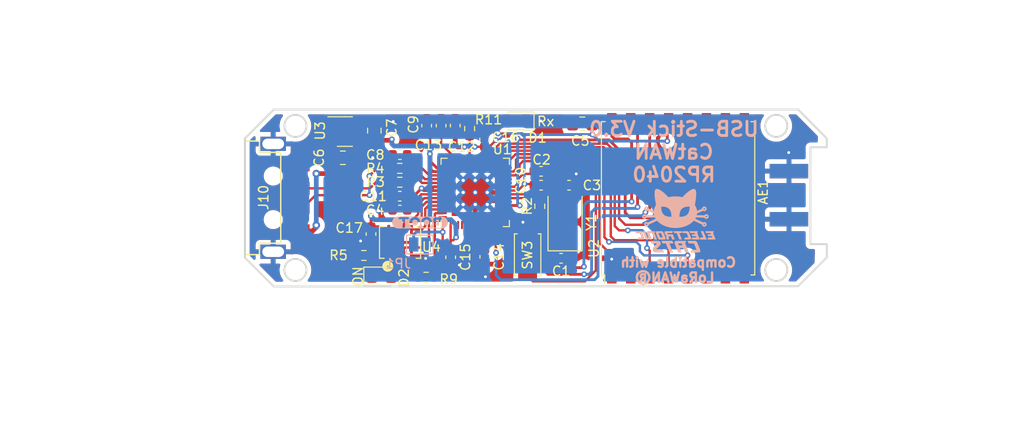
<source format=kicad_pcb>
(kicad_pcb (version 20221018) (generator pcbnew)
  (title_block (title "CatWAN USB-Stick") (date "2019-05-28") (rev "v2.4") (company "Electronic Cats") (comment 1 "Eduardo Contreras"))
  (layers (0 "F.Cu" signal) (31 "B.Cu" signal) (34 "B.Paste" user) (35 "F.Paste" user) (36 "B.SilkS" user "B.Silkscreen") (37 "F.SilkS" user "F.Silkscreen") (38 "B.Mask" user) (39 "F.Mask" user) (44 "Edge.Cuts" user))
  (net 0 "")
  (net 1 "GND")
  (net 2 "Net-(AE1-Pad1)")
  (net 3 "+3V3")
  (net 4 "Net-(C3-Pad1)")
  (net 7 "/RST")
  (net 8 "/DIO0")
  (net 9 "/DIO1")
  (net 10 "/DIO2")
  (net 11 "/DIO5")
  (net 12 "/SS")
  (net 13 "/MOSI")
  (net 14 "/SCK")
  (net 15 "/MISO")
  (net 16 "/RFM_RST")
  (net 17 "Net-(C1-Pad1)")
  (net 18 "+1V2")
  (net 19 "VBUS")
  (net 20 "/D-")
  (net 21 "/D+")
  (net 22 "Net-(D1-Pad2)")
  (net 23 "Net-(D2-Pad2)")
  (net 24 "/QSPI_CS")
  (net 25 "Net-(R2-Pad2)")
  (net 26 "/RD+")
  (net 27 "/RD-")
  (net 28 "/RX_LED")
  (net 49 "/QSPI_DATA3")
  (net 50 "/QSPI_SCK")
  (net 51 "/QSPI_DATA0")
  (net 52 "/QSPI_DATA2")
  (net 53 "/QSPI_DATA1")
  (footprint "agroin:SMA_EDGE" (layer "F.Cu") (at 176.292 113.8224 180)
    (fp_text reference "AE1")
    (fp_text value "Antenna_Shield")
  )
  (footprint "Connectors:C46394" (layer "F.Cu") (at 122.225 114.1 90)
    (fp_text reference "J10")
    (fp_text value "USB_B")
  )
  (footprint "RF_Module:HOPERF_RFM9XW_SMD" (layer "F.Cu") (at 162.55 114.15 90)
    (fp_text reference "U2")
    (fp_text value "RFM95W-868S2")
  )
  (footprint "Resistor_SMD:R_0603_1608Metric" (layer "F.Cu") (at 135.93 122.49 180)
    (fp_text reference "R9")
    (fp_text value "120R")
  )
  (footprint "Resistor_SMD:R_0603_1608Metric" (layer "F.Cu") (at 140.53 106.79 90)
    (fp_text reference "R11")
    (fp_text value "120R")
  )
  (footprint "Capacitor_SMD:C_0805_2012Metric_Pad1.15x1.40mm_HandSolder" (layer "F.Cu") (at 152.43 106.28 180)
    (fp_text reference "C5")
    (fp_text value "0.1uF")
  )
  (footprint "Capacitor_SMD:C_0805_2012Metric_Pad1.15x1.40mm_HandSolder" (layer "F.Cu") (at 127.135 109.87)
    (fp_text reference "C6")
    (fp_text value "10uF")
  )
  (footprint "Capacitor_SMD:C_0805_2012Metric_Pad1.15x1.40mm_HandSolder" (layer "F.Cu") (at 130.46 107 90)
    (fp_text reference "C7")
    (fp_text value "10uF")
  )
  (footprint "LED_SMD:LED_0805_2012Metric_Pad1.15x1.40mm_HandSolder" (layer "F.Cu") (at 145.4725 105.98 180)
    (fp_text reference "D1")
    (fp_text value "Rx")
  )
  (footprint "LED_SMD:LED_0805_2012Metric_Pad1.15x1.40mm_HandSolder" (layer "F.Cu") (at 131.21 122.38)
    (fp_text reference "D2")
    (fp_text value "ON")
  )
  (footprint "Crystal:Crystal_SMD_5032-2Pin_5.0x3.2mm" (layer "F.Cu") (at 150.61 116.65 90)
    (fp_text reference "Y1")
    (fp_text value "12Mhz")
  )
  (footprint "Capacitor_SMD:C_0603_1608Metric" (layer "F.Cu") (at 151.03 112.77)
    (fp_text reference "C3")
    (fp_text value "27pF")
  )
  (footprint "Capacitor_SMD:C_0603_1608Metric" (layer "F.Cu") (at 130.11 117.93 -90)
    (fp_text reference "C17")
    (fp_text value "0.1uF")
  )
  (footprint "Capacitor_SMD:C_0603_1608Metric" (layer "F.Cu") (at 135.99 106.475 90)
    (fp_text reference "C9")
    (fp_text value "1uF")
  )
  (footprint "Capacitor_SMD:C_0603_1608Metric" (layer "F.Cu") (at 142.13 120.33 -90)
    (fp_text reference "C14")
    (fp_text value "0.1uF")
  )
  (footprint "Capacitor_SMD:C_0603_1608Metric" (layer "F.Cu") (at 139.01 106.47 90)
    (fp_text reference "C12")
    (fp_text value "0.1uF")
  )
  (footprint "Capacitor_SMD:C_0603_1608Metric" (layer "F.Cu") (at 142.11 107.93 90)
    (fp_text reference "C16")
    (fp_text value "0.1uF")
  )
  (footprint "RP2040:W25Q16JVUUIQ" (layer "F.Cu") (at 133.18 118.8111 90)
    (fp_text reference "U4")
    (fp_text value "W25Q16JV")
  )
  (footprint "Capacitor_SMD:C_0603_1608Metric" (layer "F.Cu") (at 138.53 120.38 -90)
    (fp_text reference "C15")
    (fp_text value "0.1uF")
  )
  (footprint "Switches:C455281" (layer "F.Cu") (at 148.052 117.3825 -90)
    (fp_text reference "SW3")
    (fp_text value "RST")
  )
  (footprint "Capacitor_SMD:C_0603_1608Metric" (layer "F.Cu") (at 133.16 115.4 180)
    (fp_text reference "C4")
    (fp_text value "0.1uF")
  )
  (footprint "Resistor_SMD:R_0603_1608Metric" (layer "F.Cu") (at 133.15 110.99)
    (fp_text reference "R4")
    (fp_text value "27")
  )
  (footprint "Capacitor_SMD:C_0603_1608Metric" (layer "F.Cu") (at 133.16 109.53 180)
    (fp_text reference "C8")
    (fp_text value "0.1uF")
  )
  (footprint "Resistor_SMD:R_0603_1608Metric" (layer "F.Cu") (at 147.94 114.99 90)
    (fp_text reference "R2")
    (fp_text value "1K")
  )
  (footprint "Resistor_SMD:R_0603_1608Metric" (layer "F.Cu") (at 129.355 120.19)
    (fp_text reference "R5")
    (fp_text value "10K")
  )
  (footprint "Resistor_SMD:R_0603_1608Metric" (layer "F.Cu") (at 133.155 112.45)
    (fp_text reference "R3")
    (fp_text value "27")
  )
  (footprint "Capacitor_SMD:C_0603_1608Metric" (layer "F.Cu") (at 137.515 106.475 90)
    (fp_text reference "C13")
    (fp_text value "0.1uF")
  )
  (footprint "RP2040:RP2040-QFN-56" (layer "F.Cu") (at 141.12 113.53 90)
    (fp_text reference "U1")
    (fp_text value "RP2040")
  )
  (footprint "Capacitor_SMD:C_0603_1608Metric" (layer "F.Cu") (at 150.19 120.49)
    (fp_text reference "C1")
    (fp_text value "27pF")
  )
  (footprint "Capacitor_SMD:C_0603_1608Metric" (layer "F.Cu") (at 133.15 113.93 180)
    (fp_text reference "C11")
    (fp_text value "0.1uF")
  )
  (footprint "Capacitor_SMD:C_0603_1608Metric" (layer "F.Cu") (at 148.08 112.77)
    (fp_text reference "C10")
    (fp_text value "0.1uF")
  )
  (footprint "Package_TO_SOT_SMD:SOT-23-5" (layer "F.Cu") (at 127.35 107.1)
    (fp_text reference "U3")
    (fp_text value "AP2112K-3.3")
  )
  (footprint "Capacitor_SMD:C_0603_1608Metric" (layer "F.Cu") (at 148.08 111.3)
    (fp_text reference "C2")
    (fp_text value "1uF")
  )
  (footprint "Aesthetics:electronic_cats_logo_8x6" (layer "B.Cu") (at 162.27 116.52 180)
    (fp_text reference "G***" hide)
    (fp_text value "LOGO" hide)
  )
  (footprint "Jumper:SolderJumper-2_P1.3mm_Open_Pad1.0x1.5mm" (layer "B.Cu") (at 135.27 119.03 180)
    (fp_text reference "JP1")
    (fp_text value "BOOT")
  )
  (footprint "kibuzzard-62D459CC" (layer "B.Cu") (at 135.28 116.71 180)
    (fp_text reference "kibuzzard-62D459CC" hide)
    (fp_text value "G***" hide)
  )
  (gr_circle (center 172.9232 121.7168) (end 174.0916 121.7168) (stroke (width 0.2)) (fill none) (layer "Edge.Cuts"))
  (gr_line (start 178.2572 120.396) (end 175.2092 123.444) (stroke (width 0.2)) (layer "Edge.Cuts"))
  (gr_line (start 116.7892 107.823) (end 119.8372 104.775) (stroke (width 0.2)) (layer "Edge.Cuts"))
  (gr_line (start 178.2572 118.999) (end 178.2572 120.396) (stroke (width 0.2)) (layer "Edge.Cuts"))
  (gr_circle (center 122.1232 106.5022) (end 123.2916 106.5022) (stroke (width 0.2)) (fill none) (layer "Edge.Cuts"))
  (gr_circle (center 172.9232 106.5022) (end 174.0916 106.5022) (stroke (width 0.2)) (fill none) (layer "Edge.Cuts"))
  (gr_line (start 116.7892 120.4214) (end 119.8372 123.4694) (stroke (width 0.2)) (layer "Edge.Cuts"))
  (gr_line (start 116.7892 107.823) (end 116.7892 120.4214) (stroke (width 0.2)) (layer "Edge.Cuts"))
  (gr_circle (center 122.1232 121.7168) (end 123.2916 121.7168) (stroke (width 0.2)) (fill none) (layer "Edge.Cuts"))
  (gr_line (start 178.2572 107.823) (end 175.2346 104.775) (stroke (width 0.2)) (layer "Edge.Cuts"))
  (gr_line (start 178.2572 107.823) (end 178.2572 108.7628) (stroke (width 0.2)) (layer "Edge.Cuts"))
  (gr_line (start 176.53 108.7628) (end 176.53 118.999) (stroke (width 0.2)) (layer "Edge.Cuts"))
  (gr_line (start 119.8372 123.4694) (end 175.2092 123.444) (stroke (width 0.2)) (layer "Edge.Cuts"))
  (gr_line (start 119.8372 104.775) (end 175.2346 104.775) (stroke (width 0.2)) (layer "Edge.Cuts"))
  (gr_line (start 178.2572 118.999) (end 176.53 118.999) (stroke (width 0.2)) (layer "Edge.Cuts"))
  (gr_line (start 178.2572 108.7628) (end 176.53 108.7628) (stroke (width 0.2)) (layer "Edge.Cuts"))
  (gr_text "Compatible with \nLoRaWAN®" (at 162.19 121.73) (layer "B.SilkS") (effects (font (size 1 1) (thickness 0.25)) (justify mirror)))
  (gr_text "USB-Stick V3.0\nCatWAN\nRP2040" (at 162.11 109.25) (layer "B.SilkS") (effects (font (size 1.5 1.5) (thickness 0.3)) (justify mirror)))
  (gr_text "ON" (at 128.74 122.39 90) (layer "F.SilkS") (effects (font (size 1 1))))
  (segment (start 139.405 121.155) (end 139.45 121.2) (width 0.25) (layer "F.Cu") (net 1))
  (segment (start 151.79 111.57) (end 151.805 111.585) (width 0.25) (layer "F.Cu") (net 1))
  (segment (start 144.5575 114.53) (end 142.67 114.53) (width 0.25) (layer "F.Cu") (net 1))
  (segment (start 143.385 107.155) (end 143.53 107.3) (width 0.3) (layer "F.Cu") (net 1))
  (segment (start 174.26 109.34) (end 174.24 109.32) (width 0.25) (layer "F.Cu") (net 1))
  (segment (start 130.46 105.975) (end 132.395 105.975) (width 0.3) (layer "F.Cu") (net 1))
  (segment (start 151.805 111.585) (end 151.805 112.77) (width 0.25) (layer "F.Cu") (net 1))
  (segment (start 155.55 120.704854) (end 155.543597 120.698451) (width 0.3) (layer "F.Cu") (net 1))
  (segment (start 132.395 105.975) (end 132.46 106.04) (width 0.3) (layer "F.Cu") (net 1))
  (segment (start 146.652 117.172) (end 146.16 116.68) (width 0.3) (layer "F.Cu") (net 1))
  (segment (start 174.26 111.2824) (end 174.26 109.34) (width 0.25) (layer "F.Cu") (net 1))
  (segment (start 142.67 114.53) (end 142.395 114.805) (width 0.25) (layer "F.Cu") (net 1))
  (segment (start 130.11 118.705) (end 129.055 118.705) (width 0.3) (layer "F.Cu") (net 1))
  (segment (start 130.97 115.4) (end 130.91 115.46) (width 0.3) (layer "F.Cu") (net 1))
  (segment (start 138.53 121.155) (end 139.405 121.155) (width 0.25) (layer "F.Cu") (net 1))
  (segment (start 142.11 107.155) (end 143.385 107.155) (width 0.3) (layer "F.Cu") (net 1))
  (segment (start 148.855 112.77) (end 148.855 111.3) (width 0.25) (layer "F.Cu") (net 1))
  (segment (start 142.13 122.37) (end 142.2 122.44) (width 0.3) (layer "F.Cu") (net 1))
  (segment (start 132.385 115.4) (end 130.97 115.4) (width 0.3) (layer "F.Cu") (net 1))
  (segment (start 146.4975 105.98) (end 148.03 105.98) (width 0.3) (layer "F.Cu") (net 1))
  (segment (start 130.28 109.87) (end 130.29 109.86) (width 0.3) (layer "F.Cu") (net 1))
  (segment (start 146.652 117.9225) (end 146.652 117.172) (width 0.3) (layer "F.Cu") (net 1))
  (segment (start 142.13 121.105) (end 142.13 122.37) (width 0.3) (layer "F.Cu") (net 1))
  (segment (start 129.055 118.705) (end 129.01 118.66) (width 0.3) (layer "F.Cu") (net 1))
  (segment (start 155.55 122.15) (end 155.55 120.704854) (width 0.3) (layer "F.Cu") (net 1))
  (segment (start 128.16 109.87) (end 130.28 109.87) (width 0.3) (layer "F.Cu") (net 1))
  (via (at 174.24 109.32) (size 0.6) (drill 0.3) (layers "F.Cu" "B.Cu") (net 1))
  (via (at 139.45 121.2) (size 0.6) (drill 0.3) (layers "F.Cu" "B.Cu") (net 1))
  (via (at 148.03 105.98) (size 0.6) (drill 0.3) (layers "F.Cu" "B.Cu") (net 1))
  (via (at 132.46 106.04) (size 0.6) (drill 0.3) (layers "F.Cu" "B.Cu") (net 1))
  (via (at 143.53 107.3) (size 0.6) (drill 0.3) (layers "F.Cu" "B.Cu") (net 1))
  (via (at 151.79 111.57) (size 0.6) (drill 0.3) (layers "F.Cu" "B.Cu") (net 1))
  (via (at 146.16 116.68) (size 0.6) (drill 0.3) (layers "F.Cu" "B.Cu") (net 1))
  (via (at 130.29 109.86) (size 0.6) (drill 0.3) (layers "F.Cu" "B.Cu") (net 1))
  (via (at 130.91 115.46) (size 0.6) (drill 0.3) (layers "F.Cu" "B.Cu") (net 1))
  (via (at 135.88 120.5) (size 0.6) (drill 0.3) (layers "F.Cu" "B.Cu") (net 1))
  (via (at 155.54 120.58) (size 0.6) (drill 0.3) (layers "F.Cu" "B.Cu") (net 1))
  (via (at 142.2 122.44) (size 0.6) (drill 0.3) (layers "F.Cu" "B.Cu") (net 1))
  (via (at 129.01 118.66) (size 0.6) (drill 0.3) (layers "F.Cu" "B.Cu") (net 1))
  (segment (start 135.92 119.03) (end 135.92 120.46) (width 0.3) (layer "B.Cu") (net 1))
  (segment (start 135.92 120.46) (end 135.88 120.5) (width 0.3) (layer "B.Cu") (net 1))
  (segment (start 173.244 113.8224) (end 170.3324 113.8224) (width 0.5) (layer "F.Cu") (net 2))
  (segment (start 170.3324 113.8224) (end 169.55 113.04) (width 0.5) (layer "F.Cu") (net 2))
  (segment (start 169.55 113.04) (end 169.55 106.15) (width 0.5) (layer "F.Cu") (net 2))
  (segment (start 138.53 119.605) (end 140.065 119.605) (width 0.5) (layer "F.Cu") (net 3))
  (segment (start 138.52 119.595) (end 138.53 119.605) (width 0.25) (layer "F.Cu") (net 3))
  (segment (start 142.11 108.705) (end 142.614959 108.705) (width 0.25) (layer "F.Cu") (net 3))
  (segment (start 128.965 117.155) (end 128.3 117.82) (width 0.3) (layer "F.Cu") (net 3))
  (segment (start 135.68548 113.33548) (end 136.33452 113.33548) (width 0.3) (layer "F.Cu") (net 3))
  (segment (start 137.6825 110.93) (end 137.05 110.93) (width 0.3) (layer "F.Cu") (net 3))
  (segment (start 137.05 110.93) (end 136.43 110.31) (width 0.3) (layer "F.Cu") (net 3))
  (segment (start 140.375 120.015) (end 140.375 119.605) (width 0.5) (layer "F.Cu") (net 3))
  (segment (start 136.74 112.93) (end 136.33452 113.33548) (width 0.3) (layer "F.Cu") (net 3))
  (segment (start 147.305 112.77) (end 147.185 112.65) (width 0.25) (layer "F.Cu") (net 3))
  (segment (start 139.27 108.72) (end 139.01 108.46) (width 0.5) (layer "F.Cu") (net 3))
  (segment (start 138.52 118.59) (end 138.79 118.59) (width 0.25) (layer "F.Cu") (net 3))
  (segment (start 128.76 107.16) (end 129.595 107.16) (width 0.5) (layer "F.Cu") (net 3))
  (segment (start 147.185 112.65) (end 146.32 112.65) (width 0.25) (layer "F.Cu") (net 3))
  (segment (start 138.52 110.0925) (end 138.52 109.41) (width 0.25) (layer "F.Cu") (net 3))
  (segment (start 137.6825 111.33) (end 136.68 111.33) (width 0.3) (layer "F.Cu") (net 3))
  (segment (start 128.3 117.82) (end 128.3 119.96) (width 0.3) (layer "F.Cu") (net 3))
  (segment (start 142.08 119.605) (end 142.13 119.555) (width 0.5) (layer "F.Cu") (net 3))
  (segment (start 138.52 118.59) (end 138.52 119.595) (width 0.25) (layer "F.Cu") (net 3))
  (segment (start 130.11 116.04) (end 130.09 116.02) (width 0.3) (layer "F.Cu") (net 3))
  (segment (start 161.41 108.11) (end 161.41 106.29) (width 0.3) (layer "F.Cu") (net 3))
  (segment (start 153.455 107.3629) (end 153.51 107.4179) (width 0.3) (layer "F.Cu") (net 3))
  (segment (start 140.695 119.605) (end 140.695 119.695) (width 0.5) (layer "F.Cu") (net 3))
  (segment (start 136.43 111.08) (end 136.43 110.31) (width 0.3) (layer "F.Cu") (net 3))
  (segment (start 140.065 119.605) (end 140.065 119.705) (width 0.5) (layer "F.Cu") (net 3))
  (segment (start 128.3 119.96) (end 128.53 120.19) (width 0.3) (layer "F.Cu") (net 3))
  (segment (start 137.67702 113.33548) (end 137.6825 113.33) (width 0.3) (layer "F.Cu") (net 3))
  (segment (start 142.614959 108.705) (end 143.314173 108.005786) (width 0.25) (layer "F.Cu") (net 3))
  (segment (start 138.52 116.9675) (end 138.52 118.59) (width 0.25) (layer "F.Cu") (net 3))
  (segment (start 140.065 119.605) (end 140.375 119.605) (width 0.5) (layer "F.Cu") (net 3))
  (segment (start 139.21 108.72) (end 138.98 108.49) (width 0.25) (layer "F.Cu") (net 3))
  (segment (start 161.41 106.29) (end 161.55 106.15) (width 0.3) (layer "F.Cu") (net 3))
  (segment (start 133.925 113.93) (end 134.62 113.93) (width 0.3) (layer "F.Cu") (net 3))
  (segment (start 130.11 117.155) (end 130.11 116.04) (width 0.3) (layer "F.Cu") (net 3))
  (segment (start 129.595 107.16) (end 130.46 108.025) (width 0.5) (layer "F.Cu") (net 3))
  (segment (start 139.27 108.72) (end 139.9855 108.72) (width 0.5) (layer "F.Cu") (net 3))
  (segment (start 140.065 119.705) (end 140.375 120.015) (width 0.5) (layer "F.Cu") (net 3))
  (segment (start 138.52 109.41) (end 137.515 108.405) (width 0.25) (layer "F.Cu") (net 3))
  (segment (start 128.4875 106.8875) (end 128.76 107.16) (width 0.5) (layer "F.Cu") (net 3))
  (segment (start 142.11 108.705) (end 141.0895 108.705) (width 0.25) (layer "F.Cu") (net 3))
  (segment (start 135.99 107.25) (end 139.005 107.25) (width 0.5) (layer "F.Cu") (net 3))
  (segment (start 136.33452 113.33548) (end 137.67702 113.33548) (width 0.3) (layer "F.Cu") (net 3))
  (segment (start 140.375 122.145) (end 140.375 120.015) (width 0.5) (layer "F.Cu") (net 3))
  (segment (start 136.955 122.49) (end 140.03 122.49) (width 0.5) (layer "F.Cu") (net 3))
  (segment (start 130.11 117.155) (end 128.965 117.155) (width 0.3) (layer "F.Cu") (net 3))
  (segment (start 139.005 107.25) (end 139.01 107.245) (width 0.5) (layer "F.Cu") (net 3))
  (segment (start 132.205 108.025) (end 132.31 107.92) (width 0.5) (layer "F.Cu") (net 3))
  (segment (start 142.12 108.715) (end 142.11 108.705) (width 0.25) (layer "F.Cu") (net 3))
  (segment (start 140.695 119.695) (end 140.375 120.015) (width 0.5) (layer "F.Cu") (net 3))
  (segment (start 136.33 109.46) (end 136.43 109.56) (width 0.3) (layer "F.Cu") (net 3))
  (segment (start 140.03 122.49) (end 140.375 122.145) (width 0.5) (layer "F.Cu") (net 3))
  (segment (start 137.515 107.25) (end 135.99 107.25) (width 0.25) (layer "F.Cu") (net 3))
  (segment (start 138.79 118.59) (end 139.1 118.28) (width 0.25) (layer "F.Cu") (net 3))
  (segment (start 142.12 119.545) (end 142.12 117.89) (width 0.5) (layer "F.Cu") (net 3))
  (segment (start 139.01 108.46) (end 139.01 107.245) (width 0.5) (layer "F.Cu") (net 3))
  (segment (start 142.13 119.555) (end 142.12 119.545) (width 0.5) (layer "F.Cu") (net 3))
  (segment (start 142.12 116.9675) (end 142.12 117.89) (width 0.25) (layer "F.Cu") (net 3))
  (segment (start 137.515 108.405) (end 137.515 107.25) (width 0.25) (layer "F.Cu") (net 3))
  (segment (start 142.12 110.0925) (end 142.12 108.715) (width 0.25) (layer "F.Cu") (net 3))
  (segment (start 140.695 119.605) (end 142.08 119.605) (width 0.5) (layer "F.Cu") (net 3))
  (segment (start 135.45 113.1) (end 135.68548 113.33548) (width 0.3) (layer "F.Cu") (net 3))
  (segment (start 141.0895 108.705) (end 141.0745 108.72) (width 0.25) (layer "F.Cu") (net 3))
  (segment (start 140.375 119.605) (end 140.695 119.605) (width 0.5) (layer "F.Cu") (net 3))
  (segment (start 144.5575 113.33) (end 145.64 113.33) (width 0.25) (layer "F.Cu") (net 3))
  (segment (start 136.68 111.33) (end 136.43 111.08) (width 0.3) (layer "F.Cu") (net 3))
  (segment (start 136.33 109.46) (end 136.33 107.59) (width 0.3) (layer "F.Cu") (net 3))
  (segment (start 130.46 108.025) (end 132.205 108.025) (width 0.5) (layer "F.Cu") (net 3))
  (segment (start 139.9855 108.72) (end 139.21 108.72) (width 0.25) (layer "F.Cu") (net 3))
  (segment (start 136.33 107.59) (end 135.99 107.25) (width 0.3) (layer "F.Cu") (net 3))
  (segment (start 131.97985 117.4419) (end 131.1719 117.4419) (width 0.3) (layer "F.Cu") (net 3))
  (segment (start 134.62 113.93) (end 135.45 113.1) (width 0.3) (layer "F.Cu") (net 3))
  (segment (start 137.6825 112.93) (end 136.74 112.93) (width 0.3) (layer "F.Cu") (net 3))
  (segment (start 131.1719 117.4419) (end 130.885 117.155) (width 0.3) (layer "F.Cu") (net 3))
  (segment (start 128.4875 106.15) (end 128.4875 106.8875) (width 0.5) (layer "F.Cu") (net 3))
  (segment (start 153.455 106.28) (end 153.455 107.3629) (width 0.3) (layer "F.Cu") (net 3))
  (segment (start 136.43 109.56) (end 136.43 110.31) (width 0.3) (layer "F.Cu") (net 3))
  (segment (start 145.64 113.33) (end 146.32 112.65) (width 0.25) (layer "F.Cu") (net 3))
  (segment (start 130.885 117.155) (end 130.11 117.155) (width 0.3) (layer "F.Cu") (net 3))
  (via (at 161.41 108.11) (size 0.6) (drill 0.3) (layers "F.Cu" "B.Cu") (net 3))
  (via (at 136.33 109.46) (size 0.6) (drill 0.3) (layers "F.Cu" "B.Cu") (net 3))
  (via (at 141.0745 108.72) (size 0.6) (drill 0.3) (layers "F.Cu" "B.Cu") (net 3))
  (via (at 132.31 107.92) (size 0.6) (drill 0.3) (layers "F.Cu" "B.Cu") (net 3))
  (via (at 135.45 113.1) (size 0.6) (drill 0.3) (layers "F.Cu" "B.Cu") (net 3))
  (via (at 130.09 116.02) (size 0.6) (drill 0.3) (layers "F.Cu" "B.Cu") (net 3))
  (via (at 143.314173 108.005786) (size 0.6) (drill 0.3) (layers "F.Cu" "B.Cu") (net 3))
  (via (at 139.1 118.28) (size 0.6) (drill 0.3) (layers "F.Cu" "B.Cu") (net 3))
  (via (at 146.32 112.65) (size 0.6) (drill 0.3) (layers "F.Cu" "B.Cu") (net 3))
  (via (at 153.51 107.4179) (size 0.6) (drill 0.3) (layers "F.Cu" "B.Cu") (net 3))
  (via (at 139.9855 108.72) (size 0.6) (drill 0.3) (layers "F.Cu" "B.Cu") (net 3))
  (segment (start 136.02 113.1) (end 136.18 113.1) (width 0.3) (layer "B.Cu") (net 3))
  (segment (start 135.45 113.1) (end 136.02 113.1) (width 0.3) (layer "B.Cu") (net 3))
  (segment (start 135.45 108.63) (end 135.9 108.63) (width 0.5) (layer "B.Cu") (net 3))
  (segment (start 139.1 116.96) (end 138.55 116.41) (width 0.5) (layer "B.Cu") (net 3))
  (segment (start 136.33 113.41) (end 136.02 113.1) (width 0.5) (layer "B.Cu") (net 3))
  (segment (start 146.32 107.68) (end 146.32 107.5558) (width 0.25) (layer "B.Cu") (net 3))
  (segment (start 141.0745 108.72) (end 139.9855 108.72) (width 0.25) (layer "B.Cu") (net 3))
  (segment (start 136.18 113.1) (end 136.33 113.25) (width 0.3) (layer "B.Cu") (net 3))
  (segment (start 146.2221 107.4179) (end 146.0579 107.4179) (width 0.3) (layer "B.Cu") (net 3))
  (segment (start 135.45 108.63) (end 132.55 108.63) (width 0.5) (layer "B.Cu") (net 3))
  (segment (start 144.307147 107.292909) (end 145.932909 107.292909) (width 0.25) (layer "B.Cu") (net 3))
  (segment (start 138.16 108.63) (end 140.9845 108.63) (width 0.5) (layer "B.Cu") (net 3))
  (segment (start 143.314173 108.005786) (end 143.59427 108.005786) (width 0.25) (layer "B.Cu") (net 3))
  (segment (start 136.33 112.79) (end 136.02 113.1) (width 0.5) (layer "B.Cu") (net 3))
  (segment (start 130.5 116.43) (end 134.66 116.43) (width 0.3) (layer "B.Cu") (net 3))
  (segment (start 136.066 116.41) (end 130.48 116.41) (width 0.5) (layer "B.Cu") (net 3))
  (segment (start 130.09 116.02) (end 130.5 116.43) (width 0.3) (layer "B.Cu") (net 3))
  (segment (start 140.9845 108.63) (end 141.0745 108.72) (width 0.5) (layer "B.Cu") (net 3))
  (segment (start 132.31 108.39) (end 132.31 107.92) (width 0.5) (layer "B.Cu") (net 3))
  (segment (start 145.932909 107.292909) (end 146.097109 107.292909) (width 0.25) (layer "B.Cu") (net 3))
  (segment (start 146.32 107.68) (end 146.32 112.65) (width 0.25) (layer "B.Cu") (net 3))
  (segment (start 135.38 116.41) (end 135.33 116.36) (width 0.25) (layer "B.Cu") (net 3))
  (segment (start 136.33 109.46) (end 136.33 111.11) (width 0.5) (layer "B.Cu") (net 3))
  (segment (start 130.48 116.41) (end 130.09 116.02) (width 0.5) (layer "B.Cu") (net 3))
  (segment (start 136.33 113.6) (end 136.33 116.146) (width 0.5) (layer "B.Cu") (net 3))
  (segment (start 146.0579 107.4179) (end 146.035 107.395) (width 0.3) (layer "B.Cu") (net 3))
  (segment (start 135.9 108.63) (end 136.33 109.06) (width 0.5) (layer "B.Cu") (net 3))
  (segment (start 153.51 107.4179) (end 146.4579 107.4179) (width 0.3) (layer "B.Cu") (net 3))
  (segment (start 153.51 107.4179) (end 154.2021 108.11) (width 0.3) (layer "B.Cu") (net 3))
  (segment (start 134.73 116.36) (end 134.66 116.43) (width 0.25) (layer "B.Cu") (net 3))
  (segment (start 146.035 107.395) (end 146.32 107.68) (width 0.25) (layer "B.Cu") (net 3))
  (segment (start 135.33 116.36) (end 134.73 116.36) (width 0.25) (layer "B.Cu") (net 3))
  (segment (start 136.76 108.63) (end 136.33 109.06) (width 0.5) (layer "B.Cu") (net 3))
  (segment (start 138.55 116.41) (end 136.066 116.41) (width 0.5) (layer "B.Cu") (net 3))
  (segment (start 132.55 108.63) (end 132.31 108.39) (width 0.5) (layer "B.Cu") (net 3))
  (segment (start 136.066 116.41) (end 135.38 116.41) (width 0.25) (layer "B.Cu") (net 3))
  (segment (start 138.16 108.63) (end 136.76 108.63) (width 0.5) (layer "B.Cu") (net 3))
  (segment (start 138.16 108.63) (end 135.45 108.63) (width 0.5) (layer "B.Cu") (net 3))
  (segment (start 136.33 113.6) (end 136.33 113.41) (width 0.5) (layer "B.Cu") (net 3))
  (segment (start 139.1 118.28) (end 139.1 116.96) (width 0.5) (layer "B.Cu") (net 3))
  (segment (start 143.59427 108.005786) (end 144.307147 107.292909) (width 0.25) (layer "B.Cu") (net 3))
  (segment (start 146.4579 107.4179) (end 146.2221 107.4179) (width 0.3) (layer "B.Cu") (net 3))
  (segment (start 136.33 111.11) (end 136.33 112.09) (width 0.5) (layer "B.Cu") (net 3))
  (segment (start 136.33 112.09) (end 136.33 112.79) (width 0.5) (layer "B.Cu") (net 3))
  (segment (start 136.33 113.25) (end 136.33 113.6) (width 0.5) (layer "B.Cu") (net 3))
  (segment (start 145.932909 107.292909) (end 146.035 107.395) (width 0.25) (layer "B.Cu") (net 3))
  (segment (start 146.32 107.5558) (end 146.4579 107.4179) (width 0.25) (layer "B.Cu") (net 3))
  (segment (start 136.33 112.09) (end 136.33 113.25) (width 0.5) (layer "B.Cu") (net 3))
  (segment (start 146.097109 107.292909) (end 146.2221 107.4179) (width 0.25) (layer "B.Cu") (net 3))
  (segment (start 154.2021 108.11) (end 161.41 108.11) (width 0.3) (layer "B.Cu") (net 3))
  (segment (start 136.33 111.11) (end 136.33 109.06) (width 0.5) (layer "B.Cu") (net 3))
  (segment (start 136.33 116.146) (end 136.066 116.41) (width 0.5) (layer "B.Cu") (net 3))
  (segment (start 149.92 115.49) (end 148.265 115.49) (width 0.25) (layer "F.Cu") (net 4))
  (segment (start 148.265 115.49) (end 147.94 115.815) (width 0.25) (layer "F.Cu") (net 4))
  (segment (start 150.61 113.125) (end 150.255 112.77) (width 0.25) (layer "F.Cu") (net 4))
  (segment (start 150.61 114.8) (end 150.61 113.125) (width 0.25) (layer "F.Cu") (net 4))
  (segment (start 150.61 114.8) (end 149.92 115.49) (width 0.25) (layer "F.Cu") (net 4))
  (segment (start 147.2095 122.92) (end 152.71 122.92) (width 0.25) (layer "F.Cu") (net 7))
  (segment (start 145.8 110.59) (end 145.8 111.27) (width 0.25) (layer "F.Cu") (net 7))
  (segment (start 153.86 111.5) (end 152.58952 110.22952) (width 0.25) (layer "F.Cu") (net 7))
  (segment (start 152.58952 110.22952) (end 146.16048 110.22952) (width 0.25) (layer "F.Cu") (net 7))
  (segment (start 146.652 122.3625) (end 147.2095 122.92) (width 0.25) (layer "F.Cu") (net 7))
  (segment (start 145.34 111.73) (end 144.5575 111.73) (width 0.25) (layer "F.Cu") (net 7))
  (segment (start 146.16048 110.22952) (end 145.8 110.59) (width 0.25) (layer "F.Cu") (net 7))
  (segment (start 153.86 121.77) (end 153.86 111.5) (width 0.25) (layer "F.Cu") (net 7))
  (segment (start 145.8 111.27) (end 145.34 111.73) (width 0.25) (layer "F.Cu") (net 7))
  (segment (start 152.71 122.92) (end 153.86 121.77) (width 0.25) (layer "F.Cu") (net 7))
  (segment (start 159.1 115.63598) (end 159.55 115.18598) (width 0.3) (layer "F.Cu") (net 8))
  (segment (start 143.300481 119.882587) (end 143.300481 116.987019) (width 0.3) (layer "F.Cu") (net 8))
  (segment (start 143.323947 119.906053) (end 143.300481 119.882587) (width 0.3) (layer "F.Cu") (net 8))
  (segment (start 159.55 115.18598) (end 159.55 106.15) (width 0.3) (layer "F.Cu") (net 8))
  (via (at 143.323947 119.906053) (size 0.6) (drill 0.3) (layers "F.Cu" "B.Cu") (net 8))
  (via (at 159.1 115.63598) (size 0.6) (drill 0.3) (layers "F.Cu" "B.Cu") (net 8))
  (segment (start 153.730489 122.749511) (end 154.09 122.39) (width 0.3) (layer "B.Cu") (net 8))
  (segment (start 143.323947 122.253947) (end 143.819511 122.749511) (width 0.3) (layer "B.Cu") (net 8))
  (segment (start 143.323947 119.906053) (end 143.323947 122.253947) (width 0.3) (layer "B.Cu") (net 8))
  (segment (start 143.819511 122.749511) (end 153.730489 122.749511) (width 0.3) (layer "B.Cu") (net 8))
  (segment (start 154.61 115.99) (end 158.74598 115.99) (width 0.3) (layer "B.Cu") (net 8))
  (segment (start 154.09 122.39) (end 154.09 116.51) (width 0.3) (layer "B.Cu") (net 8))
  (segment (start 154.09 116.51) (end 154.61 115.99) (width 0.3) (layer "B.Cu") (net 8))
  (segment (start 158.74598 115.99) (end 159.1 115.63598) (width 0.3) (layer "B.Cu") (net 8))
  (segment (start 145.341229 120.209519) (end 143.72 118.58829) (width 0.3) (layer "F.Cu") (net 9))
  (segment (start 158.27 115.06648) (end 158.27 106.87) (width 0.3) (layer "F.Cu") (net 9))
  (segment (start 143.72 118.58829) (end 143.72 116.9675) (width 0.3) (layer "F.Cu") (net 9))
  (segment (start 148.82 122.18) (end 146.84952 120.20952) (width 0.3) (layer "F.Cu") (net 9))
  (segment (start 158.27 106.87) (end 157.55 106.15) (width 0.3) (layer "F.Cu") (net 9))
  (segment (start 152.62 122.18) (end 148.82 122.18) (width 0.3) (layer "F.Cu") (net 9))
  (segment (start 146.84952 120.20952) (end 145.341229 120.209519) (width 0.3) (layer "F.Cu") (net 9))
  (via (at 158.27 115.06648) (size 0.6) (drill 0.3) (layers "F.Cu" "B.Cu") (net 9))
  (via (at 152.62 122.18) (size 0.6) (drill 0.3) (layers "F.Cu" "B.Cu") (net 9))
  (segment (start 153.41 115.61) (end 153.80354 115.21646) (width 0.3) (layer "B.Cu") (net 9))
  (segment (start 152.62 122.18) (end 153.13 122.18) (width 0.3) (layer "B.Cu") (net 9))
  (segment (start 158.12002 115.21646) (end 158.27 115.06648) (width 0.3) (layer "B.Cu") (net 9))
  (segment (start 153.41 121.9) (end 153.41 115.61) (width 0.3) (layer "B.Cu") (net 9))
  (segment (start 153.80354 115.21646) (end 158.12002 115.21646) (width 0.3) (layer "B.Cu") (net 9))
  (segment (start 153.13 122.18) (end 153.41 121.9) (width 0.3) (layer "B.Cu") (net 9))
  (segment (start 157.26 107.88) (end 155.83 107.88) (width 0.3) (layer "F.Cu") (net 10))
  (segment (start 157.64 114.5) (end 157.64 108.26) (width 0.3) (layer "F.Cu") (net 10))
  (segment (start 144.5575 118.8325) (end 144.5575 116.13) (width 0.3) (layer "F.Cu") (net 10))
  (segment (start 145.515 119.79) (end 144.5575 118.8325) (width 0.3) (layer "F.Cu") (net 10))
  (segment (start 152.49 121.48) (end 148.78 121.48) (width 0.3) (layer "F.Cu") (net 10))
  (segment (start 152.6 121.37) (end 152.49 121.48) (width 0.3) (layer "F.Cu") (net 10))
  (segment (start 148.78 121.48) (end 147.09 119.79) (width 0.3) (layer "F.Cu") (net 10))
  (segment (start 157.64 108.26) (end 157.26 107.88) (width 0.3) (layer "F.Cu") (net 10))
  (segment (start 155.83 107.88) (end 155.55 107.6) (width 0.3) (layer "F.Cu") (net 10))
  (segment (start 155.55 107.6) (end 155.55 106.15) (width 0.3) (layer "F.Cu") (net 10))
  (segment (start 147.09 119.79) (end 145.515 119.79) (width 0.3) (layer "F.Cu") (net 10))
  (via (at 152.6 121.37) (size 0.6) (drill 0.3) (layers "F.Cu" "B.Cu") (net 10))
  (via (at 157.64 114.5) (size 0.6) (drill 0.3) (layers "F.Cu" "B.Cu") (net 10))
  (segment (start 152.6 114.89) (end 152.99 114.5) (width 0.3) (layer "B.Cu") (net 10))
  (segment (start 152.99 114.5) (end 157.64 114.5) (width 0.3) (layer "B.Cu") (net 10))
  (segment (start 152.6 121.37) (end 152.6 114.89) (width 0.3) (layer "B.Cu") (net 10))
  (segment (start 167.55 122.15) (end 167.55 116.92) (width 0.3) (layer "F.Cu") (net 11))
  (segment (start 155.265322 107.9874) (end 145.74998 107.9874) (width 0.3) (layer "F.Cu") (net 11))
  (segment (start 157.49548 116.20548) (end 156.96451 115.67451) (width 0.3) (layer "F.Cu") (net 11))
  (segment (start 167.55 116.92) (end 166.83548 116.20548) (width 0.3) (layer "F.Cu") (net 11))
  (segment (start 156.96451 109.666588) (end 156.733412 109.43549) (width 0.3) (layer "F.Cu") (net 11))
  (segment (start 166.83548 116.20548) (end 157.49548 116.20548) (width 0.3) (layer "F.Cu") (net 11))
  (segment (start 145.83 114.91) (end 144.735435 114.91) (width 0.3) (layer "F.Cu") (net 11))
  (segment (start 156.713412 109.43549) (end 155.265322 107.9874) (width 0.3) (layer "F.Cu") (net 11))
  (segment (start 145.74998 107.9874) (end 145.6 107.83742) (width 0.3) (layer "F.Cu") (net 11))
  (segment (start 156.733412 109.43549) (end 156.713412 109.43549) (width 0.3) (layer "F.Cu") (net 11))
  (segment (start 156.96451 115.67451) (end 156.96451 109.666588) (width 0.3) (layer "F.Cu") (net 11))
  (via (at 145.83 114.91) (size 0.6) (drill 0.3) (layers "F.Cu" "B.Cu") (net 11))
  (via (at 145.6 107.83742) (size 0.6) (drill 0.3) (layers "F.Cu" "B.Cu") (net 11))
  (segment (start 145.6 114.68) (end 145.83 114.91) (width 0.3) (layer "B.Cu") (net 11))
  (segment (start 145.6 107.83742) (end 145.6 114.68) (width 0.3) (layer "B.Cu") (net 11))
  (segment (start 154.76788 110.50788) (end 153.75048 109.49048) (width 0.25) (layer "F.Cu") (net 12))
  (segment (start 155.25498 118.75502) (end 154.76788 118.26792) (width 0.25) (layer "F.Cu") (net 12))
  (segment (start 153.75048 109.49048) (end 145.38952 109.49048) (width 0.25) (layer "F.Cu") (net 12))
  (segment (start 154.76788 118.26792) (end 154.76788 110.50788) (width 0.25) (layer "F.Cu") (net 12))
  (segment (start 145.38952 109.49048) (end 144.5575 110.3225) (width 0.25) (layer "F.Cu") (net 12))
  (segment (start 144.5575 110.3225) (end 144.5575 110.93) (width 0.25) (layer "F.Cu") (net 12))
  (segment (start 163.55 122.15) (end 163.55 120.18) (width 0.25) (layer "F.Cu") (net 12))
  (via (at 163.55 120.18) (size 0.6) (drill 0.3) (layers "F.Cu" "B.Cu") (net 12))
  (via (at 155.25498 118.75502) (size 0.6) (drill 0.3) (layers "F.Cu" "B.Cu") (net 12))
  (segment (start 158.52 119.14) (end 158.13502 118.75502) (width 0.25) (layer "B.Cu") (net 12))
  (segment (start 158.94 120.18) (end 158.52 119.76) (width 0.25) (layer "B.Cu") (net 12))
  (segment (start 158.13502 118.75502) (end 155.25498 118.75502) (width 0.25) (layer "B.Cu") (net 12))
  (segment (start 158.52 119.76) (end 158.52 119.14) (width 0.25) (layer "B.Cu") (net 12))
  (segment (start 163.55 120.18) (end 158.94 120.18) (width 0.25) (layer "B.Cu") (net 12))
  (segment (start 155.86 117.08) (end 155.86 109.92) (width 0.25) (layer "F.Cu") (net 13))
  (segment (start 156.32 117.54) (end 155.86 117.08) (width 0.25) (layer "F.Cu") (net 13))
  (segment (start 159.55 119.69) (end 159.55 122.15) (width 0.25) (layer "F.Cu") (net 13))
  (segment (start 143.91856 108.75144) (end 143.32 109.35) (width 0.25) (layer "F.Cu") (net 13))
  (segment (start 143.32 109.35) (end 143.32 110.0925) (width 0.25) (layer "F.Cu") (net 13))
  (segment (start 154.69144 108.75144) (end 143.91856 108.75144) (width 0.25) (layer "F.Cu") (net 13))
  (segment (start 157.24 117.54) (end 156.32 117.54) (width 0.25) (layer "F.Cu") (net 13))
  (segment (start 159.27 119.41) (end 159.55 119.69) (width 0.25) (layer "F.Cu") (net 13))
  (segment (start 155.86 109.92) (end 154.69144 108.75144) (width 0.25) (layer "F.Cu") (net 13))
  (via (at 159.27 119.41) (size 0.6) (drill 0.3) (layers "F.Cu" "B.Cu") (net 13))
  (via (at 157.24 117.54) (size 0.6) (drill 0.3) (layers "F.Cu" "B.Cu") (net 13))
  (segment (start 159.27 118.02) (end 158.77 117.52) (width 0.25) (layer "B.Cu") (net 13))
  (segment (start 159.27 119.41) (end 159.27 118.02) (width 0.25) (layer "B.Cu") (net 13))
  (segment (start 158.77 117.52) (end 157.26 117.52) (width 0.25) (layer "B.Cu") (net 13))
  (segment (start 157.26 117.52) (end 157.24 117.54) (width 0.25) (layer "B.Cu") (net 13))
  (segment (start 144.69154 109.12096) (end 143.72 110.0925) (width 0.25) (layer "F.Cu") (net 14))
  (segment (start 160.52 118.58) (end 155.85 118.58) (width 0.25) (layer "F.Cu") (net 14))
  (segment (start 155.44 118.17) (end 155.44 110.23) (width 0.25) (layer "F.Cu") (net 14))
  (segment (start 161.55 122.15) (end 161.55 119.61) (width 0.25) (layer "F.Cu") (net 14))
  (segment (start 155.85 118.58) (end 155.44 118.17) (width 0.25) (layer "F.Cu") (net 14))
  (segment (start 154.33096 109.12096) (end 144.69154 109.12096) (width 0.25) (layer "F.Cu") (net 14))
  (segment (start 161.55 119.61) (end 160.52 118.58) (width 0.25) (layer "F.Cu") (net 14))
  (segment (start 155.44 110.23) (end 154.33096 109.12096) (width 0.25) (layer "F.Cu") (net 14))
  (segment (start 145.654487 109.86) (end 145.43048 110.084007) (width 0.25) (layer "F.Cu") (net 15))
  (segment (start 157.17 119.63) (end 155 119.63) (width 0.25) (layer "F.Cu") (net 15))
  (segment (start 145.43048 110.084007) (end 145.43048 111.05952) (width 0.25) (layer "F.Cu") (net 15))
  (segment (start 153.2 109.86) (end 145.654487 109.86) (width 0.25) (layer "F.Cu") (net 15))
  (segment (start 145.43048 111.05952) (end 145.16 111.33) (width 0.25) (layer "F.Cu") (net 15))
  (segment (start 154.24 110.9) (end 153.2 109.86) (width 0.25) (layer "F.Cu") (net 15))
  (segment (start 157.55 120.01) (end 157.17 119.63) (width 0.25) (layer "F.Cu") (net 15))
  (segment (start 145.16 111.33) (end 144.5575 111.33) (width 0.25) (layer "F.Cu") (net 15))
  (segment (start 157.55 122.15) (end 157.55 120.01) (width 0.25) (layer "F.Cu") (net 15))
  (segment (start 155 119.63) (end 154.24 118.87) (width 0.25) (layer "F.Cu") (net 15))
  (segment (start 154.24 118.87) (end 154.24 110.9) (width 0.25) (layer "F.Cu") (net 15))
  (segment (start 156.98 116.95) (end 156.32 116.29) (width 0.25) (layer "F.Cu") (net 16))
  (segment (start 156.32 110.65) (end 156.32 109.66) (width 0.25) (layer "F.Cu") (net 16))
  (segment (start 155.04192 108.38192) (end 154.8445 108.38192) (width 0.25) (layer "F.Cu") (net 16))
  (segment (start 143.70808 108.38192) (end 142.52 109.57) (width 0.25) (layer "F.Cu") (net 16))
  (segment (start 165.55 122.15) (end 165.55 117.56) (width 0.25) (layer "F.Cu") (net 16))
  (segment (start 165.55 117.56) (end 164.94 116.95) (width 0.25) (layer "F.Cu") (net 16))
  (segment (start 156.32 116.29) (end 156.32 110.65) (width 0.25) (layer "F.Cu") (net 16))
  (segment (start 164.94 116.95) (end 156.98 116.95) (width 0.25) (layer "F.Cu") (net 16))
  (segment (start 142.52 109.57) (end 142.52 110.0925) (width 0.25) (layer "F.Cu") (net 16))
  (segment (start 154.8445 108.38192) (end 143.70808 108.38192) (width 0.25) (layer "F.Cu") (net 16))
  (segment (start 156.32 109.66) (end 155.04192 108.38192) (width 0.25) (layer "F.Cu") (net 16))
  (segment (start 146.68 114.13) (end 146.9 114.35) (width 0.25) (layer "F.Cu") (net 17))
  (segment (start 148.465 118.105) (end 148.86 118.5) (width 0.25) (layer "F.Cu") (net 17))
  (segment (start 147.24 116.64) (end 146.91 116.31) (width 0.25) (layer "F.Cu") (net 17))
  (segment (start 144.5575 114.13) (end 146.68 114.13) (width 0.25) (layer "F.Cu") (net 17))
  (segment (start 148.86 118.5) (end 150.61 118.5) (width 0.25) (layer "F.Cu") (net 17))
  (segment (start 149.415 120.49) (end 150.61 119.295) (width 0.25) (layer "F.Cu") (net 17))
  (segment (start 146.91 116.31) (end 146.9 116.31) (width 0.25) (layer "F.Cu") (net 17))
  (segment (start 150.61 119.295) (end 150.61 118.5) (width 0.25) (layer "F.Cu") (net 17))
  (segment (start 147.24 116.64) (end 148.27 116.64) (width 0.25) (layer "F.Cu") (net 17))
  (segment (start 146.9 114.35) (end 146.9 116.31) (width 0.25) (layer "F.Cu") (net 17))
  (segment (start 148.465 116.835) (end 148.465 118.105) (width 0.25) (layer "F.Cu") (net 17))
  (segment (start 148.27 116.64) (end 148.465 116.835) (width 0.25) (layer "F.Cu") (net 17))
  (segment (start 134.41 115.4) (end 134.67 115.14) (width 0.25) (layer "F.Cu") (net 18))
  (segment (start 135.43 113.73) (end 134.665 114.495) (width 0.25) (layer "F.Cu") (net 18))
  (segment (start 138.21 113.73) (end 138.57 113.37) (width 0.25) (layer "F.Cu") (net 18))
  (segment (start 143.38 112.63) (end 143.38 111.47) (width 0.25) (layer "F.Cu") (net 18))
  (segment (start 146.19 111.57) (end 147.035 111.57) (width 0.25) (layer "F.Cu") (net 18))
  (segment (start 138.57 111.41) (end 138.57 112.37) (width 0.25) (layer "F.Cu") (net 18))
  (segment (start 135.01 110.48) (end 135.01 109.82) (width 0.25) (layer "F.Cu") (net 18))
  (segment (start 147.035 111.57) (end 147.305 111.3) (width 0.25) (layer "F.Cu") (net 18))
  (segment (start 145.64 112.57) (end 145.64 112.12) (width 0.25) (layer "F.Cu") (net 18))
  (segment (start 145.28 112.93) (end 145.64 112.57) (width 0.25) (layer "F.Cu") (net 18))
  (segment (start 136.26 111.73) (end 135.01 110.48) (width 0.25) (layer "F.Cu") (net 18))
  (segment (start 135.01 109.82) (end 134.72 109.53) (width 0.25) (layer "F.Cu") (net 18))
  (segment (start 143.38 111.47) (end 143.1 111.19) (width 0.25) (layer "F.Cu") (net 18))
  (segment (start 143.1 111.19) (end 138.79 111.19) (width 0.25) (layer "F.Cu") (net 18))
  (segment (start 138.2 111.73) (end 137.6825 111.73) (width 0.25) (layer "F.Cu") (net 18))
  (segment (start 144.5575 112.93) (end 145.28 112.93) (width 0.25) (layer "F.Cu") (net 18))
  (segment (start 134.67 114.5) (end 134.665 114.495) (width 0.25) (layer "F.Cu") (net 18))
  (segment (start 134.67 115.14) (end 134.67 114.5) (width 0.25) (layer "F.Cu") (net 18))
  (segment (start 144.5575 112.93) (end 143.68 112.93) (width 0.25) (layer "F.Cu") (net 18))
  (segment (start 137.6825 111.73) (end 136.26 111.73) (width 0.25) (layer "F.Cu") (net 18))
  (segment (start 138.57 113.37) (end 138.57 112.37) (width 0.25) (layer "F.Cu") (net 18))
  (segment (start 137.6825 113.73) (end 135.43 113.73) (width 0.25) (layer "F.Cu") (net 18))
  (segment (start 138.57 112.1) (end 138.2 111.73) (width 0.25) (layer "F.Cu") (net 18))
  (segment (start 138.79 111.19) (end 138.57 111.41) (width 0.25) (layer "F.Cu") (net 18))
  (segment (start 134.72 109.53) (end 133.935 109.53) (width 0.25) (layer "F.Cu") (net 18))
  (segment (start 138.57 112.37) (end 138.57 112.1) (width 0.25) (layer "F.Cu") (net 18))
  (segment (start 145.64 112.12) (end 146.19 111.57) (width 0.25) (layer "F.Cu") (net 18))
  (segment (start 133.935 115.4) (end 134.41 115.4) (width 0.25) (layer "F.Cu") (net 18))
  (segment (start 143.68 112.93) (end 143.38 112.63) (width 0.25) (layer "F.Cu") (net 18))
  (segment (start 137.6825 113.73) (end 138.21 113.73) (width 0.25) (layer "F.Cu") (net 18))
  (segment (start 123.94 117.6) (end 124.33 117.21) (width 0.5) (layer "F.Cu") (net 19))
  (segment (start 126.11 108.1525) (end 126.2125 108.05) (width 0.5) (layer "F.Cu") (net 19))
  (segment (start 127.26 107.47) (end 126.68 108.05) (width 0.25) (layer "F.Cu") (net 19))
  (segment (start 125.45 111.54) (end 126.11 110.88) (width 0.5) (layer "F.Cu") (net 19))
  (segment (start 127.26 106.57) (end 127.26 107.47) (width 0.25) (layer "F.Cu") (net 19))
  (segment (start 124.33 117.21) (end 124.33 117) (width 0.5) (layer "F.Cu") (net 19))
  (segment (start 126.2125 106.15) (end 126.84 106.15) (width 0.25) (layer "F.Cu") (net 19))
  (segment (start 126.84 106.15) (end 127.26 106.57) (width 0.25) (layer "F.Cu") (net 19))
  (segment (start 126.68 108.05) (end 126.2125 108.05) (width 0.25) (layer "F.Cu") (net 19))
  (segment (start 126.11 109.87) (end 126.11 108.1525) (width 0.5) (layer "F.Cu") (net 19))
  (segment (start 122.225 117.6) (end 123.94 117.6) (width 0.5) (layer "F.Cu") (net 19))
  (segment (start 126.11 110.88) (end 126.11 109.87) (width 0.5) (layer "F.Cu") (net 19))
  (segment (start 124.33 111.54) (end 125.45 111.54) (width 0.5) (layer "F.Cu") (net 19))
  (via (at 124.33 117) (size 0.8) (drill 0.4) (layers "F.Cu" "B.Cu") (net 19))
  (via (at 124.33 111.54) (size 0.8) (drill 0.4) (layers "F.Cu" "B.Cu") (net 19))
  (segment (start 124.32 111.53) (end 124.33 111.54) (width 0.5) (layer "B.Cu") (net 19))
  (segment (start 124.33 117) (end 124.33 111.54) (width 0.5) (layer "B.Cu") (net 19))
  (segment (start 129.95 113.82) (end 124.25 113.82) (width 0.25) (layer "F.Cu") (net 20))
  (segment (start 130.73 110.99) (end 130.17 111.55) (width 0.25) (layer "F.Cu") (net 20))
  (segment (start 129.94 111.78) (end 129.94 111.79) (width 0.25) (layer "F.Cu") (net 20))
  (segment (start 122.97 115.1) (end 122.225 115.1) (width 0.25) (layer "F.Cu") (net 20))
  (segment (start 132.325 110.99) (end 130.73 110.99) (width 0.25) (layer "F.Cu") (net 20))
  (segment (start 124.25 113.82) (end 122.97 115.1) (width 0.25) (layer "F.Cu") (net 20))
  (segment (start 130.17 111.55) (end 129.94 111.78) (width 0.25) (layer "F.Cu") (net 20))
  (via (at 129.95 113.82) (size 0.6) (drill 0.3) (layers "F.Cu" "B.Cu") (net 20))
  (via (at 129.94 111.79) (size 0.6) (drill 0.3) (layers "F.Cu" "B.Cu") (net 20))
  (segment (start 129.94 113.81) (end 129.95 113.82) (width 0.25) (layer "B.Cu") (net 20))
  (segment (start 129.94 111.79) (end 129.94 113.81) (width 0.25) (layer "B.Cu") (net 20))
  (segment (start 130.64 112.45) (end 132.33 112.45) (width 0.25) (layer "F.Cu") (net 21))
  (segment (start 129.99 113.1) (end 130.64 112.45) (width 0.25) (layer "F.Cu") (net 21))
  (segment (start 122.225 113.1) (end 129.99 113.1) (width 0.25) (layer "F.Cu") (net 21))
  (segment (start 144.4325 105.965) (end 144.4475 105.98) (width 0.3) (layer "F.Cu") (net 22))
  (segment (start 140.53 105.965) (end 144.4325 105.965) (width 0.3) (layer "F.Cu") (net 22))
  (segment (start 134.795 122.38) (end 134.905 122.49) (width 0.25) (layer "F.Cu") (net 23))
  (segment (start 132.235 122.38) (end 134.795 122.38) (width 0.25) (layer "F.Cu") (net 23))
  (segment (start 137.13 121.43) (end 132.2 121.43) (width 0.25) (layer "F.Cu") (net 24))
  (segment (start 130.1897 120.1803) (end 130.18 120.19) (width 0.25) (layer "F.Cu") (net 24))
  (segment (start 131.97985 121.20985) (end 131.97985 120.1803) (width 0.25) (layer "F.Cu") (net 24))
  (segment (start 137.6825 116.13) (end 137.6825 120.8775) (width 0.25) (layer "F.Cu") (net 24))
  (segment (start 132.2 121.43) (end 131.97985 121.20985) (width 0.25) (layer "F.Cu") (net 24))
  (segment (start 137.6825 120.8775) (end 137.13 121.43) (width 0.25) (layer "F.Cu") (net 24))
  (segment (start 131.97985 120.1803) (end 130.1897 120.1803) (width 0.25) (layer "F.Cu") (net 24))
  (via (at 137.6825 117.7175) (size 0.6) (drill 0.3) (layers "F.Cu" "B.Cu") (net 24))
  (segment (start 134.8825 117.7175) (end 137.6825 117.7175) (width 0.3) (layer "B.Cu") (net 24))
  (segment (start 134.62 117.98) (end 134.8825 117.7175) (width 0.3) (layer "B.Cu") (net 24))
  (segment (start 134.62 119.03) (end 134.62 117.98) (width 0.3) (layer "B.Cu") (net 24))
  (segment (start 147.94 114.165) (end 147.505 113.73) (width 0.25) (layer "F.Cu") (net 25))
  (segment (start 147.505 113.73) (end 144.5575 113.73) (width 0.25) (layer "F.Cu") (net 25))
  (segment (start 134.948946 111.9725) (end 134.4575 111.9725) (width 0.25) (layer "F.Cu") (net 26))
  (segment (start 137.6825 112.53) (end 135.506446 112.53) (width 0.25) (layer "F.Cu") (net 26))
  (segment (start 134.4575 111.9725) (end 133.98 112.45) (width 0.25) (layer "F.Cu") (net 26))
  (segment (start 135.506446 112.53) (end 134.948946 111.9725) (width 0.25) (layer "F.Cu") (net 26))
  (segment (start 135.156054 111.4725) (end 134.4575 111.4725) (width 0.25) (layer "F.Cu") (net 27))
  (segment (start 134.4575 111.4725) (end 133.975 110.99) (width 0.25) (layer "F.Cu") (net 27))
  (segment (start 135.813554 112.13) (end 135.156054 111.4725) (width 0.25) (layer "F.Cu") (net 27))
  (segment (start 137.6825 112.13) (end 135.813554 112.13) (width 0.25) (layer "F.Cu") (net 27))
  (segment (start 140.53 110.0825) (end 140.52 110.0925) (width 0.25) (layer "F.Cu") (net 28))
  (segment (start 140.53 107.615) (end 140.53 110.0825) (width 0.25) (layer "F.Cu") (net 28))
  (segment (start 135.76 114.13) (end 137.6825 114.13) (width 0.25) (layer "F.Cu") (net 49))
  (segment (start 135.090489 114.799511) (end 135.76 114.13) (width 0.25) (layer "F.Cu") (net 49))
  (segment (start 133.271162 116.220489) (end 134.709511 116.220489) (width 0.25) (layer "F.Cu") (net 49))
  (segment (start 134.709511 116.220489) (end 135.090489 115.839511) (width 0.25) (layer "F.Cu") (net 49))
  (segment (start 132.77995 116.711701) (end 133.271162 116.220489) (width 0.25) (layer "F.Cu") (net 49))
  (segment (start 132.77995 117.4419) (end 132.77995 116.711701) (width 0.25) (layer "F.Cu") (net 49))
  (segment (start 135.090489 115.839511) (end 135.090489 114.799511) (width 0.25) (layer "F.Cu") (net 49))
  (segment (start 135.46 115.04) (end 135.46 116.13) (width 0.25) (layer "F.Cu") (net 50))
  (segment (start 135.97 114.53) (end 135.46 115.04) (width 0.25) (layer "F.Cu") (net 50))
  (segment (start 135.46 116.13) (end 134.94 116.65) (width 0.25) (layer "F.Cu") (net 50))
  (segment (start 134.94 116.65) (end 133.77 116.65) (width 0.25) (layer "F.Cu") (net 50))
  (segment (start 137.6825 114.53) (end 135.97 114.53) (width 0.25) (layer "F.Cu") (net 50))
  (segment (start 133.58005 117.4419) (end 133.58005 116.83995) (width 0.25) (layer "F.Cu") (net 50))
  (segment (start 133.58005 116.83995) (end 133.77 116.65) (width 0.25) (layer "F.Cu") (net 50))
  (segment (start 135.4781 117.4419) (end 135.84 117.08) (width 0.25) (layer "F.Cu") (net 51))
  (segment (start 134.38015 117.4419) (end 135.4781 117.4419) (width 0.25) (layer "F.Cu") (net 51))
  (segment (start 135.84 115.27) (end 136.18 114.93) (width 0.25) (layer "F.Cu") (net 51))
  (segment (start 136.18 114.93) (end 137.6825 114.93) (width 0.25) (layer "F.Cu") (net 51))
  (segment (start 135.84 117.08) (end 135.84 115.27) (width 0.25) (layer "F.Cu") (net 51))
  (segment (start 135.58 119.35) (end 133.72 119.35) (width 0.25) (layer "F.Cu") (net 52))
  (segment (start 136.43 115.33) (end 136.23 115.53) (width 0.25) (layer "F.Cu") (net 52))
  (segment (start 133.58005 119.48995) (end 133.58005 120.1803) (width 0.25) (layer "F.Cu") (net 52))
  (segment (start 136.23 118.7) (end 135.58 119.35) (width 0.25) (layer "F.Cu") (net 52))
  (segment (start 137.6825 115.33) (end 136.43 115.33) (width 0.25) (layer "F.Cu") (net 52))
  (segment (start 136.23 115.53) (end 136.23 118.7) (width 0.25) (layer "F.Cu") (net 52))
  (segment (start 133.72 119.35) (end 133.58005 119.48995) (width 0.25) (layer "F.Cu") (net 52))
  (segment (start 137.6825 115.73) (end 136.94 115.73) (width 0.25) (layer "F.Cu") (net 53))
  (segment (start 133.06 121.05) (end 132.74 120.73) (width 0.25) (layer "F.Cu") (net 53))
  (segment (start 132.74 120.22025) (end 132.77995 120.1803) (width 0.25) (layer "F.Cu") (net 53))
  (segment (start 136.85 120.48) (end 136.28 121.05) (width 0.25) (layer "F.Cu") (net 53))
  (segment (start 136.28 121.05) (end 133.06 121.05) (width 0.25) (layer "F.Cu") (net 53))
  (segment (start 132.74 120.73) (end 132.74 120.22025) (width 0.25) (layer "F.Cu") (net 53))
  (segment (start 136.94 115.73) (end 136.85 115.82) (width 0.25) (layer "F.Cu") (net 53))
  (segment (start 136.85 115.82) (end 136.85 120.48) (width 0.25) (layer "F.Cu") (net 53))
  (zone (net 1) (net_name "GND") (layers "F&B.Cu") (connect_pads (clearance 0.508)) (min_thickness 0.254) (fill yes (thermal_gap 0.508) (thermal_bridge_width 0.508))
    (polygon (pts (xy 177.39 104.63) (xy 176.87 124.66) (xy 176.84 124.66) (xy 116.84 125.04) (xy 116.49 104.59)))
  )
)
</source>
